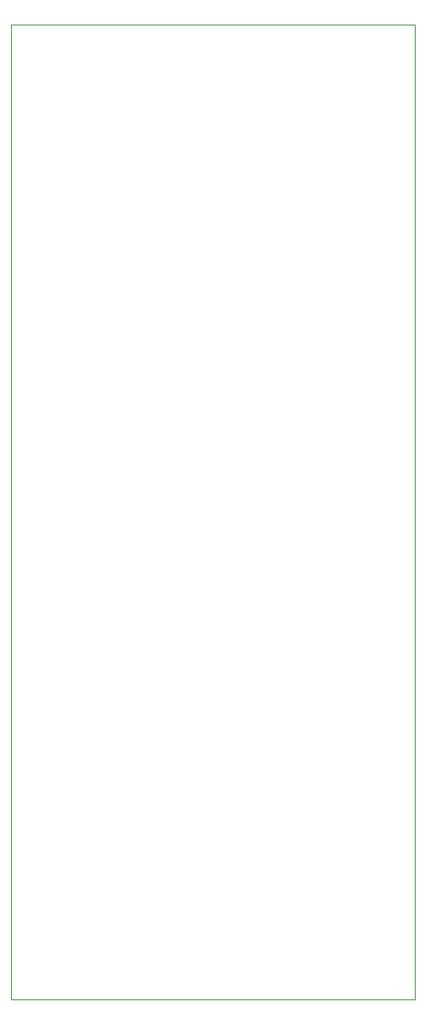
<source format=gm1>
G04 #@! TF.GenerationSoftware,KiCad,Pcbnew,(7.0.0)*
G04 #@! TF.CreationDate,2023-03-19T22:54:38+00:00*
G04 #@! TF.ProjectId,back_microlidian,6261636b-5f6d-4696-9372-6f6c69646961,rev?*
G04 #@! TF.SameCoordinates,Original*
G04 #@! TF.FileFunction,Profile,NP*
%FSLAX46Y46*%
G04 Gerber Fmt 4.6, Leading zero omitted, Abs format (unit mm)*
G04 Created by KiCad (PCBNEW (7.0.0)) date 2023-03-19 22:54:38*
%MOMM*%
%LPD*%
G01*
G04 APERTURE LIST*
G04 #@! TA.AperFunction,Profile*
%ADD10C,0.100000*%
G04 #@! TD*
G04 APERTURE END LIST*
D10*
X38230968Y-46230890D02*
X78530968Y-46230890D01*
X78530968Y-46230890D02*
X78530968Y-143451890D01*
X78530968Y-143451890D02*
X38230968Y-143451890D01*
X38230968Y-143451890D02*
X38230968Y-46230890D01*
M02*

</source>
